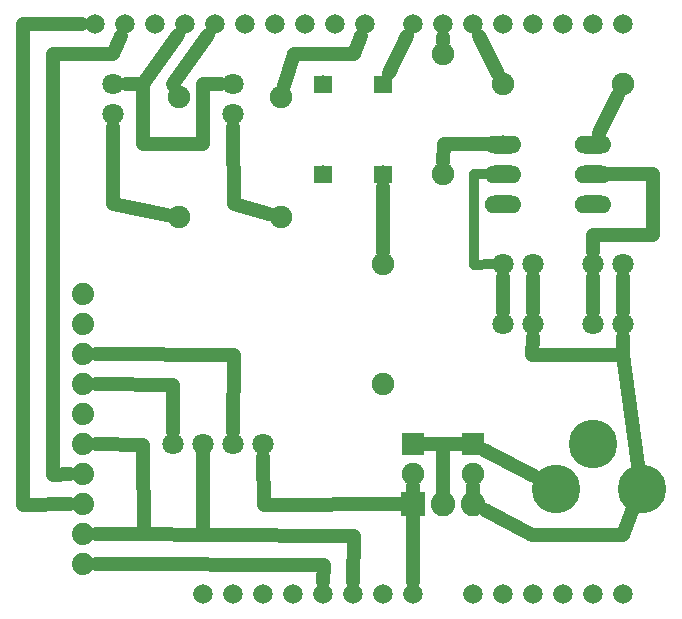
<source format=gbl>
G04 MADE WITH FRITZING*
G04 WWW.FRITZING.ORG*
G04 DOUBLE SIDED*
G04 HOLES PLATED*
G04 CONTOUR ON CENTER OF CONTOUR VECTOR*
%ASAXBY*%
%FSLAX23Y23*%
%MOIN*%
%OFA0B0*%
%SFA1.0B1.0*%
%ADD10C,0.162000*%
%ADD11C,0.059370*%
%ADD12C,0.065278*%
%ADD13C,0.074000*%
%ADD14C,0.082000*%
%ADD15C,0.070866*%
%ADD16C,0.075000*%
%ADD17C,0.060000*%
%ADD18R,0.082000X0.082000*%
%ADD19R,0.075000X0.075000*%
%ADD20C,0.048000*%
%ADD21C,0.032000*%
%ADD22R,0.001000X0.001000*%
%LNCOPPER0*%
G90*
G70*
G54D10*
X1830Y450D03*
X2118Y451D03*
X1955Y598D03*
G54D11*
X1255Y1798D03*
X1255Y1498D03*
X1055Y1798D03*
X1055Y1498D03*
G54D12*
X1655Y98D03*
X1755Y98D03*
X1855Y98D03*
X1955Y98D03*
X2055Y98D03*
X1195Y1998D03*
X1095Y1998D03*
X995Y1998D03*
X895Y1998D03*
X795Y1998D03*
X695Y1998D03*
X595Y1998D03*
X495Y1998D03*
X395Y1998D03*
X295Y1998D03*
X2055Y1998D03*
X1955Y1998D03*
X1855Y1998D03*
X1755Y1998D03*
X1655Y1998D03*
X1555Y1998D03*
X1455Y1998D03*
X1355Y1998D03*
X755Y98D03*
X655Y98D03*
X855Y98D03*
X955Y98D03*
X1055Y98D03*
X1155Y98D03*
X1255Y98D03*
X1355Y98D03*
X1555Y98D03*
G54D13*
X255Y698D03*
X255Y798D03*
X255Y898D03*
X255Y798D03*
X255Y1098D03*
X255Y998D03*
X255Y598D03*
X255Y498D03*
X255Y398D03*
X255Y298D03*
X255Y198D03*
X255Y1098D03*
G54D14*
X1355Y398D03*
X1455Y398D03*
X1555Y398D03*
X1355Y398D03*
X1455Y398D03*
X1555Y398D03*
G54D15*
X555Y598D03*
X655Y598D03*
X755Y598D03*
X855Y598D03*
X555Y598D03*
X655Y598D03*
X755Y598D03*
X855Y598D03*
G54D16*
X1355Y598D03*
X1355Y498D03*
X1355Y598D03*
X1355Y498D03*
X1555Y598D03*
X1555Y498D03*
X1555Y598D03*
X1555Y498D03*
G54D17*
X1655Y1398D03*
X1655Y1498D03*
X1655Y1598D03*
X1655Y1398D03*
X1655Y1498D03*
X1655Y1598D03*
X1655Y1398D03*
X1655Y1498D03*
X1655Y1598D03*
X1955Y1398D03*
X1955Y1498D03*
X1955Y1598D03*
X1955Y1398D03*
X1955Y1498D03*
X1955Y1598D03*
X1955Y1398D03*
X1955Y1498D03*
X1955Y1598D03*
G54D15*
X1655Y1198D03*
X1755Y1198D03*
X1655Y1198D03*
X1755Y1198D03*
X1655Y998D03*
X1755Y998D03*
X1655Y998D03*
X1755Y998D03*
X1955Y998D03*
X2055Y998D03*
X1955Y998D03*
X2055Y998D03*
X1955Y1198D03*
X2055Y1198D03*
X1955Y1198D03*
X2055Y1198D03*
X755Y1798D03*
X755Y1698D03*
X755Y1798D03*
X755Y1698D03*
X355Y1798D03*
X355Y1698D03*
X355Y1798D03*
X355Y1698D03*
G54D16*
X913Y1356D03*
X913Y1756D03*
X913Y1356D03*
X913Y1756D03*
X573Y1357D03*
X573Y1757D03*
X573Y1357D03*
X573Y1757D03*
X1455Y1498D03*
X1455Y1898D03*
X1455Y1498D03*
X1455Y1898D03*
X1655Y1798D03*
X2055Y1798D03*
X1655Y1798D03*
X2055Y1798D03*
X1255Y798D03*
X1255Y1198D03*
X1255Y798D03*
X1255Y1198D03*
G54D18*
X1355Y398D03*
X1355Y398D03*
G54D19*
X1355Y598D03*
X1355Y598D03*
X1555Y598D03*
X1555Y598D03*
G54D20*
X2053Y897D02*
X2106Y531D01*
D02*
X2054Y956D02*
X2053Y897D01*
D02*
X2053Y897D02*
X1752Y897D01*
D02*
X1752Y897D02*
X1754Y956D01*
D02*
X2086Y376D02*
X2053Y297D01*
D02*
X2053Y297D02*
X1752Y297D01*
D02*
X1752Y297D02*
X1593Y378D01*
D02*
X1336Y1960D02*
X1273Y1835D01*
D02*
X1455Y1938D02*
X1455Y1955D01*
D02*
X1637Y1833D02*
X1574Y1960D01*
D02*
X1612Y1598D02*
X1457Y1598D01*
D02*
X1457Y1598D02*
X1456Y1538D01*
D02*
X1974Y1636D02*
X2037Y1762D01*
D02*
X1255Y1456D02*
X1255Y1238D01*
D02*
X456Y1798D02*
X571Y1963D01*
D02*
X456Y1598D02*
X456Y1798D01*
D02*
X656Y1798D02*
X656Y1598D01*
D02*
X656Y1598D02*
X456Y1598D01*
D02*
X713Y1798D02*
X656Y1798D01*
D02*
X957Y1898D02*
X925Y1794D01*
D02*
X1157Y1898D02*
X957Y1898D01*
D02*
X1180Y1958D02*
X1157Y1898D01*
D02*
X757Y1398D02*
X755Y1656D01*
D02*
X875Y1366D02*
X757Y1398D01*
D02*
X356Y1398D02*
X534Y1364D01*
D02*
X355Y1656D02*
X356Y1398D01*
D02*
X556Y1798D02*
X671Y1963D01*
D02*
X558Y1794D02*
X556Y1798D01*
D02*
X1752Y497D02*
X1590Y580D01*
D02*
X1757Y494D02*
X1752Y497D01*
D02*
X857Y397D02*
X1311Y398D01*
D02*
X855Y556D02*
X857Y397D01*
D02*
X757Y897D02*
X755Y640D01*
D02*
X297Y898D02*
X757Y897D01*
D02*
X556Y797D02*
X297Y798D01*
D02*
X555Y640D02*
X556Y797D01*
D02*
X1355Y355D02*
X1355Y140D01*
D02*
X1454Y598D02*
X1515Y598D01*
D02*
X1394Y598D02*
X1454Y598D01*
D02*
X1454Y598D02*
X1455Y441D01*
D02*
X1355Y441D02*
X1355Y458D01*
D02*
X1555Y441D02*
X1555Y458D01*
D02*
X456Y597D02*
X297Y598D01*
D02*
X457Y299D02*
X456Y597D01*
D02*
X457Y299D02*
X297Y298D01*
D02*
X1057Y197D02*
X297Y198D01*
D02*
X1056Y140D02*
X1057Y197D01*
D02*
X1157Y292D02*
X1155Y140D01*
D02*
X656Y297D02*
X1157Y292D01*
D02*
X656Y597D02*
X656Y297D01*
D02*
X656Y297D02*
X457Y299D01*
D02*
X656Y597D02*
X656Y297D01*
D02*
X156Y1898D02*
X156Y497D01*
D02*
X356Y1898D02*
X156Y1898D01*
D02*
X380Y1958D02*
X356Y1898D01*
D02*
X1955Y1040D02*
X1955Y1156D01*
D02*
X1755Y1040D02*
X1755Y1156D01*
D02*
X156Y497D02*
X212Y498D01*
D02*
X1655Y1040D02*
X1655Y1156D01*
G54D21*
D02*
X1557Y1197D02*
X1557Y1498D01*
D02*
X1557Y1498D02*
X1618Y1498D01*
D02*
X1618Y1198D02*
X1557Y1197D01*
G54D20*
D02*
X1953Y1297D02*
X2153Y1297D01*
D02*
X2153Y1297D02*
X2153Y1498D01*
D02*
X2153Y1498D02*
X1997Y1498D01*
D02*
X1954Y1240D02*
X1953Y1297D01*
D02*
X2055Y1040D02*
X2055Y1156D01*
D02*
X56Y1998D02*
X56Y397D01*
D02*
X56Y397D02*
X212Y398D01*
D02*
X252Y1998D02*
X56Y1998D01*
D02*
X456Y1798D02*
X397Y1798D01*
D02*
X571Y1963D02*
X456Y1798D01*
G54D22*
X1025Y1827D02*
X1083Y1827D01*
X1225Y1827D02*
X1283Y1827D01*
X1025Y1826D02*
X1083Y1826D01*
X1225Y1826D02*
X1283Y1826D01*
X1025Y1825D02*
X1083Y1825D01*
X1225Y1825D02*
X1283Y1825D01*
X1025Y1824D02*
X1083Y1824D01*
X1225Y1824D02*
X1283Y1824D01*
X1025Y1823D02*
X1083Y1823D01*
X1225Y1823D02*
X1283Y1823D01*
X1025Y1822D02*
X1083Y1822D01*
X1225Y1822D02*
X1283Y1822D01*
X1025Y1821D02*
X1083Y1821D01*
X1225Y1821D02*
X1283Y1821D01*
X1025Y1820D02*
X1083Y1820D01*
X1225Y1820D02*
X1283Y1820D01*
X1025Y1819D02*
X1083Y1819D01*
X1225Y1819D02*
X1283Y1819D01*
X1025Y1818D02*
X1083Y1818D01*
X1225Y1818D02*
X1283Y1818D01*
X1025Y1817D02*
X1049Y1817D01*
X1059Y1817D02*
X1083Y1817D01*
X1225Y1817D02*
X1249Y1817D01*
X1259Y1817D02*
X1283Y1817D01*
X1025Y1816D02*
X1046Y1816D01*
X1062Y1816D02*
X1083Y1816D01*
X1225Y1816D02*
X1246Y1816D01*
X1262Y1816D02*
X1283Y1816D01*
X1025Y1815D02*
X1044Y1815D01*
X1064Y1815D02*
X1083Y1815D01*
X1225Y1815D02*
X1244Y1815D01*
X1264Y1815D02*
X1283Y1815D01*
X1025Y1814D02*
X1042Y1814D01*
X1066Y1814D02*
X1083Y1814D01*
X1225Y1814D02*
X1242Y1814D01*
X1266Y1814D02*
X1283Y1814D01*
X1025Y1813D02*
X1041Y1813D01*
X1067Y1813D02*
X1083Y1813D01*
X1225Y1813D02*
X1241Y1813D01*
X1267Y1813D02*
X1283Y1813D01*
X1025Y1812D02*
X1040Y1812D01*
X1068Y1812D02*
X1083Y1812D01*
X1225Y1812D02*
X1240Y1812D01*
X1268Y1812D02*
X1283Y1812D01*
X1025Y1811D02*
X1039Y1811D01*
X1069Y1811D02*
X1083Y1811D01*
X1225Y1811D02*
X1239Y1811D01*
X1269Y1811D02*
X1283Y1811D01*
X1025Y1810D02*
X1038Y1810D01*
X1070Y1810D02*
X1083Y1810D01*
X1225Y1810D02*
X1238Y1810D01*
X1270Y1810D02*
X1283Y1810D01*
X1025Y1809D02*
X1037Y1809D01*
X1071Y1809D02*
X1083Y1809D01*
X1225Y1809D02*
X1237Y1809D01*
X1271Y1809D02*
X1283Y1809D01*
X1025Y1808D02*
X1037Y1808D01*
X1071Y1808D02*
X1083Y1808D01*
X1225Y1808D02*
X1237Y1808D01*
X1271Y1808D02*
X1283Y1808D01*
X1025Y1807D02*
X1036Y1807D01*
X1072Y1807D02*
X1083Y1807D01*
X1225Y1807D02*
X1236Y1807D01*
X1272Y1807D02*
X1283Y1807D01*
X1025Y1806D02*
X1036Y1806D01*
X1073Y1806D02*
X1083Y1806D01*
X1225Y1806D02*
X1236Y1806D01*
X1273Y1806D02*
X1283Y1806D01*
X1025Y1805D02*
X1035Y1805D01*
X1073Y1805D02*
X1083Y1805D01*
X1225Y1805D02*
X1235Y1805D01*
X1273Y1805D02*
X1283Y1805D01*
X1025Y1804D02*
X1035Y1804D01*
X1073Y1804D02*
X1083Y1804D01*
X1225Y1804D02*
X1235Y1804D01*
X1273Y1804D02*
X1283Y1804D01*
X1025Y1803D02*
X1035Y1803D01*
X1074Y1803D02*
X1083Y1803D01*
X1225Y1803D02*
X1235Y1803D01*
X1274Y1803D02*
X1283Y1803D01*
X1025Y1802D02*
X1034Y1802D01*
X1074Y1802D02*
X1083Y1802D01*
X1225Y1802D02*
X1234Y1802D01*
X1274Y1802D02*
X1283Y1802D01*
X1025Y1801D02*
X1034Y1801D01*
X1074Y1801D02*
X1083Y1801D01*
X1225Y1801D02*
X1234Y1801D01*
X1274Y1801D02*
X1283Y1801D01*
X1025Y1800D02*
X1034Y1800D01*
X1074Y1800D02*
X1083Y1800D01*
X1225Y1800D02*
X1234Y1800D01*
X1274Y1800D02*
X1283Y1800D01*
X1025Y1799D02*
X1034Y1799D01*
X1074Y1799D02*
X1083Y1799D01*
X1225Y1799D02*
X1234Y1799D01*
X1274Y1799D02*
X1283Y1799D01*
X1025Y1798D02*
X1034Y1798D01*
X1074Y1798D02*
X1083Y1798D01*
X1225Y1798D02*
X1234Y1798D01*
X1274Y1798D02*
X1283Y1798D01*
X1025Y1797D02*
X1034Y1797D01*
X1074Y1797D02*
X1083Y1797D01*
X1225Y1797D02*
X1234Y1797D01*
X1274Y1797D02*
X1283Y1797D01*
X1025Y1796D02*
X1034Y1796D01*
X1074Y1796D02*
X1083Y1796D01*
X1225Y1796D02*
X1234Y1796D01*
X1274Y1796D02*
X1283Y1796D01*
X1025Y1795D02*
X1034Y1795D01*
X1074Y1795D02*
X1083Y1795D01*
X1225Y1795D02*
X1234Y1795D01*
X1274Y1795D02*
X1283Y1795D01*
X1025Y1794D02*
X1034Y1794D01*
X1074Y1794D02*
X1083Y1794D01*
X1225Y1794D02*
X1234Y1794D01*
X1274Y1794D02*
X1283Y1794D01*
X1025Y1793D02*
X1035Y1793D01*
X1074Y1793D02*
X1083Y1793D01*
X1225Y1793D02*
X1235Y1793D01*
X1274Y1793D02*
X1283Y1793D01*
X1025Y1792D02*
X1035Y1792D01*
X1073Y1792D02*
X1083Y1792D01*
X1225Y1792D02*
X1235Y1792D01*
X1273Y1792D02*
X1283Y1792D01*
X1025Y1791D02*
X1035Y1791D01*
X1073Y1791D02*
X1083Y1791D01*
X1225Y1791D02*
X1235Y1791D01*
X1273Y1791D02*
X1283Y1791D01*
X1025Y1790D02*
X1036Y1790D01*
X1073Y1790D02*
X1083Y1790D01*
X1225Y1790D02*
X1236Y1790D01*
X1273Y1790D02*
X1283Y1790D01*
X1025Y1789D02*
X1036Y1789D01*
X1072Y1789D02*
X1083Y1789D01*
X1225Y1789D02*
X1236Y1789D01*
X1272Y1789D02*
X1283Y1789D01*
X1025Y1788D02*
X1037Y1788D01*
X1071Y1788D02*
X1083Y1788D01*
X1225Y1788D02*
X1237Y1788D01*
X1271Y1788D02*
X1283Y1788D01*
X1025Y1787D02*
X1037Y1787D01*
X1071Y1787D02*
X1083Y1787D01*
X1225Y1787D02*
X1237Y1787D01*
X1271Y1787D02*
X1283Y1787D01*
X1025Y1786D02*
X1038Y1786D01*
X1070Y1786D02*
X1083Y1786D01*
X1225Y1786D02*
X1238Y1786D01*
X1270Y1786D02*
X1283Y1786D01*
X1025Y1785D02*
X1039Y1785D01*
X1069Y1785D02*
X1083Y1785D01*
X1225Y1785D02*
X1239Y1785D01*
X1269Y1785D02*
X1283Y1785D01*
X1025Y1784D02*
X1040Y1784D01*
X1068Y1784D02*
X1083Y1784D01*
X1225Y1784D02*
X1240Y1784D01*
X1268Y1784D02*
X1283Y1784D01*
X1025Y1783D02*
X1041Y1783D01*
X1067Y1783D02*
X1083Y1783D01*
X1225Y1783D02*
X1241Y1783D01*
X1267Y1783D02*
X1283Y1783D01*
X1025Y1782D02*
X1042Y1782D01*
X1066Y1782D02*
X1083Y1782D01*
X1225Y1782D02*
X1242Y1782D01*
X1266Y1782D02*
X1283Y1782D01*
X1025Y1781D02*
X1044Y1781D01*
X1064Y1781D02*
X1083Y1781D01*
X1225Y1781D02*
X1244Y1781D01*
X1264Y1781D02*
X1283Y1781D01*
X1025Y1780D02*
X1046Y1780D01*
X1063Y1780D02*
X1083Y1780D01*
X1225Y1780D02*
X1246Y1780D01*
X1263Y1780D02*
X1283Y1780D01*
X1025Y1779D02*
X1049Y1779D01*
X1060Y1779D02*
X1083Y1779D01*
X1225Y1779D02*
X1249Y1779D01*
X1260Y1779D02*
X1283Y1779D01*
X1025Y1778D02*
X1083Y1778D01*
X1225Y1778D02*
X1283Y1778D01*
X1025Y1777D02*
X1083Y1777D01*
X1225Y1777D02*
X1283Y1777D01*
X1025Y1776D02*
X1083Y1776D01*
X1225Y1776D02*
X1283Y1776D01*
X1025Y1775D02*
X1083Y1775D01*
X1225Y1775D02*
X1283Y1775D01*
X1025Y1774D02*
X1083Y1774D01*
X1225Y1774D02*
X1283Y1774D01*
X1025Y1773D02*
X1083Y1773D01*
X1225Y1773D02*
X1283Y1773D01*
X1025Y1772D02*
X1083Y1772D01*
X1225Y1772D02*
X1283Y1772D01*
X1025Y1771D02*
X1083Y1771D01*
X1225Y1771D02*
X1283Y1771D01*
X1025Y1770D02*
X1083Y1770D01*
X1225Y1770D02*
X1283Y1770D01*
X1025Y1769D02*
X1083Y1769D01*
X1225Y1769D02*
X1283Y1769D01*
X1617Y1627D02*
X1691Y1627D01*
X1917Y1627D02*
X1991Y1627D01*
X1614Y1626D02*
X1694Y1626D01*
X1914Y1626D02*
X1994Y1626D01*
X1612Y1625D02*
X1697Y1625D01*
X1912Y1625D02*
X1997Y1625D01*
X1610Y1624D02*
X1698Y1624D01*
X1910Y1624D02*
X1998Y1624D01*
X1608Y1623D02*
X1700Y1623D01*
X1908Y1623D02*
X2000Y1623D01*
X1607Y1622D02*
X1701Y1622D01*
X1907Y1622D02*
X2001Y1622D01*
X1605Y1621D02*
X1703Y1621D01*
X1905Y1621D02*
X2003Y1621D01*
X1604Y1620D02*
X1704Y1620D01*
X1904Y1620D02*
X2004Y1620D01*
X1603Y1619D02*
X1705Y1619D01*
X1903Y1619D02*
X2005Y1619D01*
X1602Y1618D02*
X1706Y1618D01*
X1902Y1618D02*
X2006Y1618D01*
X1601Y1617D02*
X1648Y1617D01*
X1660Y1617D02*
X1707Y1617D01*
X1901Y1617D02*
X1948Y1617D01*
X1960Y1617D02*
X2007Y1617D01*
X1601Y1616D02*
X1645Y1616D01*
X1663Y1616D02*
X1707Y1616D01*
X1901Y1616D02*
X1945Y1616D01*
X1963Y1616D02*
X2007Y1616D01*
X1600Y1615D02*
X1643Y1615D01*
X1665Y1615D02*
X1708Y1615D01*
X1900Y1615D02*
X1943Y1615D01*
X1965Y1615D02*
X2008Y1615D01*
X1599Y1614D02*
X1642Y1614D01*
X1666Y1614D02*
X1709Y1614D01*
X1899Y1614D02*
X1942Y1614D01*
X1966Y1614D02*
X2009Y1614D01*
X1599Y1613D02*
X1640Y1613D01*
X1668Y1613D02*
X1709Y1613D01*
X1899Y1613D02*
X1940Y1613D01*
X1968Y1613D02*
X2009Y1613D01*
X1598Y1612D02*
X1639Y1612D01*
X1669Y1612D02*
X1710Y1612D01*
X1898Y1612D02*
X1939Y1612D01*
X1969Y1612D02*
X2010Y1612D01*
X1598Y1611D02*
X1638Y1611D01*
X1670Y1611D02*
X1711Y1611D01*
X1898Y1611D02*
X1938Y1611D01*
X1970Y1611D02*
X2011Y1611D01*
X1597Y1610D02*
X1638Y1610D01*
X1670Y1610D02*
X1711Y1610D01*
X1897Y1610D02*
X1938Y1610D01*
X1970Y1610D02*
X2011Y1610D01*
X1597Y1609D02*
X1637Y1609D01*
X1671Y1609D02*
X1711Y1609D01*
X1897Y1609D02*
X1937Y1609D01*
X1971Y1609D02*
X2011Y1609D01*
X1596Y1608D02*
X1636Y1608D01*
X1672Y1608D02*
X1712Y1608D01*
X1896Y1608D02*
X1936Y1608D01*
X1972Y1608D02*
X2012Y1608D01*
X1596Y1607D02*
X1636Y1607D01*
X1672Y1607D02*
X1712Y1607D01*
X1896Y1607D02*
X1936Y1607D01*
X1972Y1607D02*
X2012Y1607D01*
X1596Y1606D02*
X1635Y1606D01*
X1673Y1606D02*
X1712Y1606D01*
X1896Y1606D02*
X1935Y1606D01*
X1973Y1606D02*
X2012Y1606D01*
X1595Y1605D02*
X1635Y1605D01*
X1673Y1605D02*
X1713Y1605D01*
X1895Y1605D02*
X1935Y1605D01*
X1973Y1605D02*
X2013Y1605D01*
X1595Y1604D02*
X1635Y1604D01*
X1674Y1604D02*
X1713Y1604D01*
X1895Y1604D02*
X1935Y1604D01*
X1973Y1604D02*
X2013Y1604D01*
X1595Y1603D02*
X1634Y1603D01*
X1674Y1603D02*
X1713Y1603D01*
X1895Y1603D02*
X1934Y1603D01*
X1974Y1603D02*
X2013Y1603D01*
X1595Y1602D02*
X1634Y1602D01*
X1674Y1602D02*
X1713Y1602D01*
X1895Y1602D02*
X1934Y1602D01*
X1974Y1602D02*
X2013Y1602D01*
X1595Y1601D02*
X1634Y1601D01*
X1674Y1601D02*
X1713Y1601D01*
X1895Y1601D02*
X1934Y1601D01*
X1974Y1601D02*
X2013Y1601D01*
X1595Y1600D02*
X1634Y1600D01*
X1674Y1600D02*
X1713Y1600D01*
X1895Y1600D02*
X1934Y1600D01*
X1974Y1600D02*
X2013Y1600D01*
X1595Y1599D02*
X1634Y1599D01*
X1674Y1599D02*
X1713Y1599D01*
X1895Y1599D02*
X1934Y1599D01*
X1974Y1599D02*
X2013Y1599D01*
X1595Y1598D02*
X1634Y1598D01*
X1675Y1598D02*
X1714Y1598D01*
X1895Y1598D02*
X1934Y1598D01*
X1974Y1598D02*
X2014Y1598D01*
X1595Y1597D02*
X1634Y1597D01*
X1674Y1597D02*
X1713Y1597D01*
X1895Y1597D02*
X1934Y1597D01*
X1974Y1597D02*
X2013Y1597D01*
X1595Y1596D02*
X1634Y1596D01*
X1674Y1596D02*
X1713Y1596D01*
X1895Y1596D02*
X1934Y1596D01*
X1974Y1596D02*
X2013Y1596D01*
X1595Y1595D02*
X1634Y1595D01*
X1674Y1595D02*
X1713Y1595D01*
X1895Y1595D02*
X1934Y1595D01*
X1974Y1595D02*
X2013Y1595D01*
X1595Y1594D02*
X1634Y1594D01*
X1674Y1594D02*
X1713Y1594D01*
X1895Y1594D02*
X1934Y1594D01*
X1974Y1594D02*
X2013Y1594D01*
X1595Y1593D02*
X1634Y1593D01*
X1674Y1593D02*
X1713Y1593D01*
X1895Y1593D02*
X1934Y1593D01*
X1974Y1593D02*
X2013Y1593D01*
X1595Y1592D02*
X1635Y1592D01*
X1674Y1592D02*
X1713Y1592D01*
X1895Y1592D02*
X1935Y1592D01*
X1973Y1592D02*
X2013Y1592D01*
X1595Y1591D02*
X1635Y1591D01*
X1673Y1591D02*
X1713Y1591D01*
X1895Y1591D02*
X1935Y1591D01*
X1973Y1591D02*
X2013Y1591D01*
X1596Y1590D02*
X1635Y1590D01*
X1673Y1590D02*
X1712Y1590D01*
X1896Y1590D02*
X1935Y1590D01*
X1973Y1590D02*
X2012Y1590D01*
X1596Y1589D02*
X1636Y1589D01*
X1672Y1589D02*
X1712Y1589D01*
X1896Y1589D02*
X1936Y1589D01*
X1972Y1589D02*
X2012Y1589D01*
X1596Y1588D02*
X1636Y1588D01*
X1672Y1588D02*
X1712Y1588D01*
X1896Y1588D02*
X1936Y1588D01*
X1972Y1588D02*
X2012Y1588D01*
X1597Y1587D02*
X1637Y1587D01*
X1671Y1587D02*
X1711Y1587D01*
X1897Y1587D02*
X1937Y1587D01*
X1971Y1587D02*
X2011Y1587D01*
X1597Y1586D02*
X1638Y1586D01*
X1670Y1586D02*
X1711Y1586D01*
X1897Y1586D02*
X1938Y1586D01*
X1970Y1586D02*
X2011Y1586D01*
X1598Y1585D02*
X1638Y1585D01*
X1670Y1585D02*
X1711Y1585D01*
X1898Y1585D02*
X1938Y1585D01*
X1970Y1585D02*
X2011Y1585D01*
X1598Y1584D02*
X1639Y1584D01*
X1669Y1584D02*
X1710Y1584D01*
X1898Y1584D02*
X1939Y1584D01*
X1969Y1584D02*
X2010Y1584D01*
X1599Y1583D02*
X1640Y1583D01*
X1668Y1583D02*
X1709Y1583D01*
X1899Y1583D02*
X1940Y1583D01*
X1968Y1583D02*
X2009Y1583D01*
X1599Y1582D02*
X1642Y1582D01*
X1666Y1582D02*
X1709Y1582D01*
X1899Y1582D02*
X1942Y1582D01*
X1966Y1582D02*
X2009Y1582D01*
X1600Y1581D02*
X1643Y1581D01*
X1665Y1581D02*
X1708Y1581D01*
X1900Y1581D02*
X1943Y1581D01*
X1965Y1581D02*
X2008Y1581D01*
X1601Y1580D02*
X1645Y1580D01*
X1663Y1580D02*
X1707Y1580D01*
X1901Y1580D02*
X1945Y1580D01*
X1963Y1580D02*
X2007Y1580D01*
X1601Y1579D02*
X1648Y1579D01*
X1660Y1579D02*
X1707Y1579D01*
X1901Y1579D02*
X1948Y1579D01*
X1960Y1579D02*
X2007Y1579D01*
X1602Y1578D02*
X1706Y1578D01*
X1902Y1578D02*
X2006Y1578D01*
X1603Y1577D02*
X1705Y1577D01*
X1903Y1577D02*
X2005Y1577D01*
X1604Y1576D02*
X1704Y1576D01*
X1904Y1576D02*
X2004Y1576D01*
X1605Y1575D02*
X1703Y1575D01*
X1905Y1575D02*
X2003Y1575D01*
X1607Y1574D02*
X1701Y1574D01*
X1907Y1574D02*
X2001Y1574D01*
X1608Y1573D02*
X1700Y1573D01*
X1908Y1573D02*
X2000Y1573D01*
X1610Y1572D02*
X1698Y1572D01*
X1910Y1572D02*
X1998Y1572D01*
X1612Y1571D02*
X1697Y1571D01*
X1912Y1571D02*
X1997Y1571D01*
X1614Y1570D02*
X1694Y1570D01*
X1914Y1570D02*
X1994Y1570D01*
X1617Y1569D02*
X1691Y1569D01*
X1917Y1569D02*
X1991Y1569D01*
X1625Y1568D02*
X1683Y1568D01*
X1925Y1568D02*
X1983Y1568D01*
X1624Y1528D02*
X1684Y1528D01*
X1924Y1528D02*
X1984Y1528D01*
X1025Y1527D02*
X1083Y1527D01*
X1225Y1527D02*
X1283Y1527D01*
X1617Y1527D02*
X1691Y1527D01*
X1917Y1527D02*
X1991Y1527D01*
X1025Y1526D02*
X1083Y1526D01*
X1225Y1526D02*
X1283Y1526D01*
X1614Y1526D02*
X1694Y1526D01*
X1914Y1526D02*
X1994Y1526D01*
X1025Y1525D02*
X1083Y1525D01*
X1225Y1525D02*
X1283Y1525D01*
X1612Y1525D02*
X1697Y1525D01*
X1911Y1525D02*
X1997Y1525D01*
X1025Y1524D02*
X1083Y1524D01*
X1225Y1524D02*
X1283Y1524D01*
X1610Y1524D02*
X1698Y1524D01*
X1910Y1524D02*
X1998Y1524D01*
X1025Y1523D02*
X1083Y1523D01*
X1225Y1523D02*
X1283Y1523D01*
X1608Y1523D02*
X1700Y1523D01*
X1908Y1523D02*
X2000Y1523D01*
X1025Y1522D02*
X1083Y1522D01*
X1225Y1522D02*
X1283Y1522D01*
X1607Y1522D02*
X1702Y1522D01*
X1907Y1522D02*
X2001Y1522D01*
X1025Y1521D02*
X1083Y1521D01*
X1225Y1521D02*
X1283Y1521D01*
X1605Y1521D02*
X1703Y1521D01*
X1905Y1521D02*
X2003Y1521D01*
X1025Y1520D02*
X1083Y1520D01*
X1225Y1520D02*
X1283Y1520D01*
X1604Y1520D02*
X1704Y1520D01*
X1904Y1520D02*
X2004Y1520D01*
X1025Y1519D02*
X1083Y1519D01*
X1225Y1519D02*
X1283Y1519D01*
X1603Y1519D02*
X1705Y1519D01*
X1903Y1519D02*
X2005Y1519D01*
X1025Y1518D02*
X1083Y1518D01*
X1225Y1518D02*
X1283Y1518D01*
X1602Y1518D02*
X1706Y1518D01*
X1902Y1518D02*
X2006Y1518D01*
X1025Y1517D02*
X1049Y1517D01*
X1060Y1517D02*
X1083Y1517D01*
X1225Y1517D02*
X1249Y1517D01*
X1260Y1517D02*
X1283Y1517D01*
X1601Y1517D02*
X1648Y1517D01*
X1661Y1517D02*
X1707Y1517D01*
X1901Y1517D02*
X1948Y1517D01*
X1960Y1517D02*
X2007Y1517D01*
X1025Y1516D02*
X1046Y1516D01*
X1063Y1516D02*
X1083Y1516D01*
X1225Y1516D02*
X1246Y1516D01*
X1263Y1516D02*
X1283Y1516D01*
X1601Y1516D02*
X1645Y1516D01*
X1663Y1516D02*
X1708Y1516D01*
X1901Y1516D02*
X1945Y1516D01*
X1963Y1516D02*
X2007Y1516D01*
X1025Y1515D02*
X1044Y1515D01*
X1064Y1515D02*
X1083Y1515D01*
X1225Y1515D02*
X1244Y1515D01*
X1264Y1515D02*
X1283Y1515D01*
X1600Y1515D02*
X1643Y1515D01*
X1665Y1515D02*
X1708Y1515D01*
X1900Y1515D02*
X1943Y1515D01*
X1965Y1515D02*
X2008Y1515D01*
X1025Y1514D02*
X1042Y1514D01*
X1066Y1514D02*
X1083Y1514D01*
X1225Y1514D02*
X1242Y1514D01*
X1266Y1514D02*
X1283Y1514D01*
X1599Y1514D02*
X1642Y1514D01*
X1666Y1514D02*
X1709Y1514D01*
X1899Y1514D02*
X1942Y1514D01*
X1966Y1514D02*
X2009Y1514D01*
X1025Y1513D02*
X1041Y1513D01*
X1067Y1513D02*
X1083Y1513D01*
X1225Y1513D02*
X1241Y1513D01*
X1267Y1513D02*
X1283Y1513D01*
X1599Y1513D02*
X1640Y1513D01*
X1668Y1513D02*
X1710Y1513D01*
X1899Y1513D02*
X1940Y1513D01*
X1968Y1513D02*
X2009Y1513D01*
X1025Y1512D02*
X1040Y1512D01*
X1068Y1512D02*
X1083Y1512D01*
X1225Y1512D02*
X1240Y1512D01*
X1268Y1512D02*
X1283Y1512D01*
X1598Y1512D02*
X1639Y1512D01*
X1669Y1512D02*
X1710Y1512D01*
X1898Y1512D02*
X1939Y1512D01*
X1969Y1512D02*
X2010Y1512D01*
X1025Y1511D02*
X1039Y1511D01*
X1069Y1511D02*
X1083Y1511D01*
X1225Y1511D02*
X1239Y1511D01*
X1269Y1511D02*
X1283Y1511D01*
X1598Y1511D02*
X1638Y1511D01*
X1670Y1511D02*
X1711Y1511D01*
X1898Y1511D02*
X1938Y1511D01*
X1970Y1511D02*
X2011Y1511D01*
X1025Y1510D02*
X1038Y1510D01*
X1070Y1510D02*
X1083Y1510D01*
X1225Y1510D02*
X1238Y1510D01*
X1270Y1510D02*
X1283Y1510D01*
X1597Y1510D02*
X1638Y1510D01*
X1670Y1510D02*
X1711Y1510D01*
X1897Y1510D02*
X1938Y1510D01*
X1970Y1510D02*
X2011Y1510D01*
X1025Y1509D02*
X1037Y1509D01*
X1071Y1509D02*
X1083Y1509D01*
X1225Y1509D02*
X1237Y1509D01*
X1271Y1509D02*
X1283Y1509D01*
X1597Y1509D02*
X1637Y1509D01*
X1671Y1509D02*
X1711Y1509D01*
X1897Y1509D02*
X1937Y1509D01*
X1971Y1509D02*
X2011Y1509D01*
X1025Y1508D02*
X1037Y1508D01*
X1071Y1508D02*
X1083Y1508D01*
X1225Y1508D02*
X1237Y1508D01*
X1271Y1508D02*
X1283Y1508D01*
X1596Y1508D02*
X1636Y1508D01*
X1672Y1508D02*
X1712Y1508D01*
X1896Y1508D02*
X1936Y1508D01*
X1972Y1508D02*
X2012Y1508D01*
X1025Y1507D02*
X1036Y1507D01*
X1072Y1507D02*
X1083Y1507D01*
X1225Y1507D02*
X1236Y1507D01*
X1272Y1507D02*
X1283Y1507D01*
X1596Y1507D02*
X1636Y1507D01*
X1672Y1507D02*
X1712Y1507D01*
X1896Y1507D02*
X1936Y1507D01*
X1972Y1507D02*
X2012Y1507D01*
X1025Y1506D02*
X1036Y1506D01*
X1073Y1506D02*
X1083Y1506D01*
X1225Y1506D02*
X1236Y1506D01*
X1273Y1506D02*
X1283Y1506D01*
X1596Y1506D02*
X1635Y1506D01*
X1673Y1506D02*
X1712Y1506D01*
X1896Y1506D02*
X1935Y1506D01*
X1973Y1506D02*
X2012Y1506D01*
X1025Y1505D02*
X1035Y1505D01*
X1073Y1505D02*
X1083Y1505D01*
X1225Y1505D02*
X1235Y1505D01*
X1273Y1505D02*
X1283Y1505D01*
X1595Y1505D02*
X1635Y1505D01*
X1673Y1505D02*
X1713Y1505D01*
X1895Y1505D02*
X1935Y1505D01*
X1973Y1505D02*
X2013Y1505D01*
X1025Y1504D02*
X1035Y1504D01*
X1073Y1504D02*
X1083Y1504D01*
X1225Y1504D02*
X1235Y1504D01*
X1273Y1504D02*
X1283Y1504D01*
X1595Y1504D02*
X1635Y1504D01*
X1674Y1504D02*
X1713Y1504D01*
X1895Y1504D02*
X1935Y1504D01*
X1973Y1504D02*
X2013Y1504D01*
X1025Y1503D02*
X1035Y1503D01*
X1074Y1503D02*
X1083Y1503D01*
X1225Y1503D02*
X1235Y1503D01*
X1274Y1503D02*
X1283Y1503D01*
X1595Y1503D02*
X1634Y1503D01*
X1674Y1503D02*
X1713Y1503D01*
X1895Y1503D02*
X1934Y1503D01*
X1974Y1503D02*
X2013Y1503D01*
X1025Y1502D02*
X1034Y1502D01*
X1074Y1502D02*
X1083Y1502D01*
X1225Y1502D02*
X1234Y1502D01*
X1274Y1502D02*
X1283Y1502D01*
X1595Y1502D02*
X1634Y1502D01*
X1674Y1502D02*
X1713Y1502D01*
X1895Y1502D02*
X1934Y1502D01*
X1974Y1502D02*
X2013Y1502D01*
X1025Y1501D02*
X1034Y1501D01*
X1074Y1501D02*
X1083Y1501D01*
X1225Y1501D02*
X1234Y1501D01*
X1274Y1501D02*
X1283Y1501D01*
X1595Y1501D02*
X1634Y1501D01*
X1674Y1501D02*
X1713Y1501D01*
X1895Y1501D02*
X1934Y1501D01*
X1974Y1501D02*
X2013Y1501D01*
X1025Y1500D02*
X1034Y1500D01*
X1074Y1500D02*
X1083Y1500D01*
X1225Y1500D02*
X1234Y1500D01*
X1274Y1500D02*
X1283Y1500D01*
X1595Y1500D02*
X1634Y1500D01*
X1674Y1500D02*
X1713Y1500D01*
X1895Y1500D02*
X1934Y1500D01*
X1974Y1500D02*
X2013Y1500D01*
X1025Y1499D02*
X1034Y1499D01*
X1074Y1499D02*
X1083Y1499D01*
X1225Y1499D02*
X1234Y1499D01*
X1274Y1499D02*
X1283Y1499D01*
X1595Y1499D02*
X1634Y1499D01*
X1674Y1499D02*
X1713Y1499D01*
X1895Y1499D02*
X1934Y1499D01*
X1974Y1499D02*
X2013Y1499D01*
X1025Y1498D02*
X1034Y1498D01*
X1074Y1498D02*
X1083Y1498D01*
X1225Y1498D02*
X1234Y1498D01*
X1274Y1498D02*
X1283Y1498D01*
X1595Y1498D02*
X1634Y1498D01*
X1675Y1498D02*
X1714Y1498D01*
X1895Y1498D02*
X1934Y1498D01*
X1974Y1498D02*
X2014Y1498D01*
X1025Y1497D02*
X1034Y1497D01*
X1074Y1497D02*
X1083Y1497D01*
X1225Y1497D02*
X1234Y1497D01*
X1274Y1497D02*
X1283Y1497D01*
X1595Y1497D02*
X1634Y1497D01*
X1674Y1497D02*
X1713Y1497D01*
X1895Y1497D02*
X1934Y1497D01*
X1974Y1497D02*
X2013Y1497D01*
X1025Y1496D02*
X1034Y1496D01*
X1074Y1496D02*
X1083Y1496D01*
X1225Y1496D02*
X1234Y1496D01*
X1274Y1496D02*
X1283Y1496D01*
X1595Y1496D02*
X1634Y1496D01*
X1674Y1496D02*
X1713Y1496D01*
X1895Y1496D02*
X1934Y1496D01*
X1974Y1496D02*
X2013Y1496D01*
X1025Y1495D02*
X1034Y1495D01*
X1074Y1495D02*
X1083Y1495D01*
X1225Y1495D02*
X1234Y1495D01*
X1274Y1495D02*
X1283Y1495D01*
X1595Y1495D02*
X1634Y1495D01*
X1674Y1495D02*
X1713Y1495D01*
X1895Y1495D02*
X1934Y1495D01*
X1974Y1495D02*
X2013Y1495D01*
X1025Y1494D02*
X1034Y1494D01*
X1074Y1494D02*
X1083Y1494D01*
X1225Y1494D02*
X1234Y1494D01*
X1274Y1494D02*
X1283Y1494D01*
X1595Y1494D02*
X1634Y1494D01*
X1674Y1494D02*
X1713Y1494D01*
X1895Y1494D02*
X1934Y1494D01*
X1974Y1494D02*
X2013Y1494D01*
X1025Y1493D02*
X1035Y1493D01*
X1074Y1493D02*
X1083Y1493D01*
X1225Y1493D02*
X1235Y1493D01*
X1274Y1493D02*
X1283Y1493D01*
X1595Y1493D02*
X1634Y1493D01*
X1674Y1493D02*
X1713Y1493D01*
X1895Y1493D02*
X1934Y1493D01*
X1974Y1493D02*
X2013Y1493D01*
X1025Y1492D02*
X1035Y1492D01*
X1073Y1492D02*
X1083Y1492D01*
X1225Y1492D02*
X1235Y1492D01*
X1273Y1492D02*
X1283Y1492D01*
X1595Y1492D02*
X1635Y1492D01*
X1674Y1492D02*
X1713Y1492D01*
X1895Y1492D02*
X1935Y1492D01*
X1973Y1492D02*
X2013Y1492D01*
X1025Y1491D02*
X1035Y1491D01*
X1073Y1491D02*
X1083Y1491D01*
X1225Y1491D02*
X1235Y1491D01*
X1273Y1491D02*
X1283Y1491D01*
X1595Y1491D02*
X1635Y1491D01*
X1673Y1491D02*
X1713Y1491D01*
X1895Y1491D02*
X1935Y1491D01*
X1973Y1491D02*
X2013Y1491D01*
X1025Y1490D02*
X1036Y1490D01*
X1073Y1490D02*
X1083Y1490D01*
X1225Y1490D02*
X1236Y1490D01*
X1273Y1490D02*
X1283Y1490D01*
X1596Y1490D02*
X1635Y1490D01*
X1673Y1490D02*
X1712Y1490D01*
X1896Y1490D02*
X1935Y1490D01*
X1973Y1490D02*
X2012Y1490D01*
X1025Y1489D02*
X1036Y1489D01*
X1072Y1489D02*
X1083Y1489D01*
X1225Y1489D02*
X1236Y1489D01*
X1272Y1489D02*
X1283Y1489D01*
X1596Y1489D02*
X1636Y1489D01*
X1672Y1489D02*
X1712Y1489D01*
X1896Y1489D02*
X1936Y1489D01*
X1972Y1489D02*
X2012Y1489D01*
X1025Y1488D02*
X1037Y1488D01*
X1071Y1488D02*
X1083Y1488D01*
X1225Y1488D02*
X1237Y1488D01*
X1271Y1488D02*
X1283Y1488D01*
X1596Y1488D02*
X1636Y1488D01*
X1672Y1488D02*
X1712Y1488D01*
X1896Y1488D02*
X1936Y1488D01*
X1972Y1488D02*
X2012Y1488D01*
X1025Y1487D02*
X1037Y1487D01*
X1071Y1487D02*
X1083Y1487D01*
X1225Y1487D02*
X1237Y1487D01*
X1271Y1487D02*
X1283Y1487D01*
X1597Y1487D02*
X1637Y1487D01*
X1671Y1487D02*
X1711Y1487D01*
X1897Y1487D02*
X1937Y1487D01*
X1971Y1487D02*
X2011Y1487D01*
X1025Y1486D02*
X1038Y1486D01*
X1070Y1486D02*
X1083Y1486D01*
X1225Y1486D02*
X1238Y1486D01*
X1270Y1486D02*
X1283Y1486D01*
X1597Y1486D02*
X1638Y1486D01*
X1670Y1486D02*
X1711Y1486D01*
X1897Y1486D02*
X1938Y1486D01*
X1970Y1486D02*
X2011Y1486D01*
X1025Y1485D02*
X1039Y1485D01*
X1069Y1485D02*
X1083Y1485D01*
X1225Y1485D02*
X1239Y1485D01*
X1269Y1485D02*
X1283Y1485D01*
X1598Y1485D02*
X1638Y1485D01*
X1670Y1485D02*
X1711Y1485D01*
X1898Y1485D02*
X1938Y1485D01*
X1970Y1485D02*
X2011Y1485D01*
X1025Y1484D02*
X1040Y1484D01*
X1068Y1484D02*
X1083Y1484D01*
X1225Y1484D02*
X1240Y1484D01*
X1268Y1484D02*
X1283Y1484D01*
X1598Y1484D02*
X1639Y1484D01*
X1669Y1484D02*
X1710Y1484D01*
X1898Y1484D02*
X1939Y1484D01*
X1969Y1484D02*
X2010Y1484D01*
X1025Y1483D02*
X1041Y1483D01*
X1067Y1483D02*
X1083Y1483D01*
X1225Y1483D02*
X1241Y1483D01*
X1267Y1483D02*
X1283Y1483D01*
X1599Y1483D02*
X1640Y1483D01*
X1668Y1483D02*
X1709Y1483D01*
X1899Y1483D02*
X1940Y1483D01*
X1968Y1483D02*
X2009Y1483D01*
X1025Y1482D02*
X1042Y1482D01*
X1066Y1482D02*
X1083Y1482D01*
X1225Y1482D02*
X1242Y1482D01*
X1266Y1482D02*
X1283Y1482D01*
X1599Y1482D02*
X1642Y1482D01*
X1666Y1482D02*
X1709Y1482D01*
X1899Y1482D02*
X1942Y1482D01*
X1966Y1482D02*
X2009Y1482D01*
X1025Y1481D02*
X1044Y1481D01*
X1064Y1481D02*
X1083Y1481D01*
X1225Y1481D02*
X1244Y1481D01*
X1264Y1481D02*
X1283Y1481D01*
X1600Y1481D02*
X1643Y1481D01*
X1665Y1481D02*
X1708Y1481D01*
X1900Y1481D02*
X1943Y1481D01*
X1965Y1481D02*
X2008Y1481D01*
X1025Y1480D02*
X1046Y1480D01*
X1062Y1480D02*
X1083Y1480D01*
X1225Y1480D02*
X1246Y1480D01*
X1262Y1480D02*
X1283Y1480D01*
X1601Y1480D02*
X1645Y1480D01*
X1663Y1480D02*
X1707Y1480D01*
X1901Y1480D02*
X1945Y1480D01*
X1963Y1480D02*
X2007Y1480D01*
X1025Y1479D02*
X1049Y1479D01*
X1059Y1479D02*
X1083Y1479D01*
X1225Y1479D02*
X1249Y1479D01*
X1259Y1479D02*
X1283Y1479D01*
X1601Y1479D02*
X1648Y1479D01*
X1660Y1479D02*
X1707Y1479D01*
X1901Y1479D02*
X1948Y1479D01*
X1960Y1479D02*
X2007Y1479D01*
X1025Y1478D02*
X1083Y1478D01*
X1225Y1478D02*
X1283Y1478D01*
X1602Y1478D02*
X1706Y1478D01*
X1902Y1478D02*
X2006Y1478D01*
X1025Y1477D02*
X1083Y1477D01*
X1225Y1477D02*
X1283Y1477D01*
X1603Y1477D02*
X1705Y1477D01*
X1903Y1477D02*
X2005Y1477D01*
X1025Y1476D02*
X1083Y1476D01*
X1225Y1476D02*
X1283Y1476D01*
X1604Y1476D02*
X1704Y1476D01*
X1904Y1476D02*
X2004Y1476D01*
X1025Y1475D02*
X1083Y1475D01*
X1225Y1475D02*
X1283Y1475D01*
X1605Y1475D02*
X1703Y1475D01*
X1905Y1475D02*
X2003Y1475D01*
X1025Y1474D02*
X1083Y1474D01*
X1225Y1474D02*
X1283Y1474D01*
X1607Y1474D02*
X1701Y1474D01*
X1907Y1474D02*
X2001Y1474D01*
X1025Y1473D02*
X1083Y1473D01*
X1225Y1473D02*
X1283Y1473D01*
X1608Y1473D02*
X1700Y1473D01*
X1908Y1473D02*
X2000Y1473D01*
X1025Y1472D02*
X1083Y1472D01*
X1225Y1472D02*
X1283Y1472D01*
X1610Y1472D02*
X1698Y1472D01*
X1910Y1472D02*
X1998Y1472D01*
X1025Y1471D02*
X1083Y1471D01*
X1225Y1471D02*
X1283Y1471D01*
X1612Y1471D02*
X1696Y1471D01*
X1912Y1471D02*
X1996Y1471D01*
X1025Y1470D02*
X1083Y1470D01*
X1225Y1470D02*
X1283Y1470D01*
X1614Y1470D02*
X1694Y1470D01*
X1914Y1470D02*
X1994Y1470D01*
X1025Y1469D02*
X1083Y1469D01*
X1225Y1469D02*
X1283Y1469D01*
X1617Y1469D02*
X1691Y1469D01*
X1917Y1469D02*
X1991Y1469D01*
X1624Y1428D02*
X1684Y1428D01*
X1924Y1428D02*
X1984Y1428D01*
X1617Y1427D02*
X1691Y1427D01*
X1917Y1427D02*
X1991Y1427D01*
X1614Y1426D02*
X1694Y1426D01*
X1914Y1426D02*
X1994Y1426D01*
X1611Y1425D02*
X1697Y1425D01*
X1911Y1425D02*
X1997Y1425D01*
X1610Y1424D02*
X1699Y1424D01*
X1910Y1424D02*
X1999Y1424D01*
X1608Y1423D02*
X1700Y1423D01*
X1908Y1423D02*
X2000Y1423D01*
X1607Y1422D02*
X1702Y1422D01*
X1907Y1422D02*
X2002Y1422D01*
X1605Y1421D02*
X1703Y1421D01*
X1905Y1421D02*
X2003Y1421D01*
X1604Y1420D02*
X1704Y1420D01*
X1904Y1420D02*
X2004Y1420D01*
X1603Y1419D02*
X1705Y1419D01*
X1903Y1419D02*
X2005Y1419D01*
X1602Y1418D02*
X1653Y1418D01*
X1655Y1418D02*
X1706Y1418D01*
X1902Y1418D02*
X1953Y1418D01*
X1955Y1418D02*
X2006Y1418D01*
X1601Y1417D02*
X1647Y1417D01*
X1661Y1417D02*
X1707Y1417D01*
X1901Y1417D02*
X1947Y1417D01*
X1961Y1417D02*
X2007Y1417D01*
X1601Y1416D02*
X1645Y1416D01*
X1663Y1416D02*
X1708Y1416D01*
X1901Y1416D02*
X1945Y1416D01*
X1963Y1416D02*
X2008Y1416D01*
X1600Y1415D02*
X1643Y1415D01*
X1665Y1415D02*
X1708Y1415D01*
X1900Y1415D02*
X1943Y1415D01*
X1965Y1415D02*
X2008Y1415D01*
X1599Y1414D02*
X1642Y1414D01*
X1666Y1414D02*
X1709Y1414D01*
X1899Y1414D02*
X1942Y1414D01*
X1966Y1414D02*
X2009Y1414D01*
X1599Y1413D02*
X1640Y1413D01*
X1668Y1413D02*
X1710Y1413D01*
X1899Y1413D02*
X1940Y1413D01*
X1968Y1413D02*
X2009Y1413D01*
X1598Y1412D02*
X1639Y1412D01*
X1669Y1412D02*
X1710Y1412D01*
X1898Y1412D02*
X1939Y1412D01*
X1969Y1412D02*
X2010Y1412D01*
X1598Y1411D02*
X1638Y1411D01*
X1670Y1411D02*
X1711Y1411D01*
X1897Y1411D02*
X1938Y1411D01*
X1970Y1411D02*
X2011Y1411D01*
X1597Y1410D02*
X1638Y1410D01*
X1670Y1410D02*
X1711Y1410D01*
X1897Y1410D02*
X1938Y1410D01*
X1970Y1410D02*
X2011Y1410D01*
X1597Y1409D02*
X1637Y1409D01*
X1671Y1409D02*
X1711Y1409D01*
X1897Y1409D02*
X1937Y1409D01*
X1971Y1409D02*
X2011Y1409D01*
X1596Y1408D02*
X1636Y1408D01*
X1672Y1408D02*
X1712Y1408D01*
X1896Y1408D02*
X1936Y1408D01*
X1972Y1408D02*
X2012Y1408D01*
X1596Y1407D02*
X1636Y1407D01*
X1672Y1407D02*
X1712Y1407D01*
X1896Y1407D02*
X1936Y1407D01*
X1972Y1407D02*
X2012Y1407D01*
X1596Y1406D02*
X1635Y1406D01*
X1673Y1406D02*
X1712Y1406D01*
X1896Y1406D02*
X1935Y1406D01*
X1973Y1406D02*
X2012Y1406D01*
X1595Y1405D02*
X1635Y1405D01*
X1673Y1405D02*
X1713Y1405D01*
X1895Y1405D02*
X1935Y1405D01*
X1973Y1405D02*
X2013Y1405D01*
X1595Y1404D02*
X1635Y1404D01*
X1674Y1404D02*
X1713Y1404D01*
X1895Y1404D02*
X1935Y1404D01*
X1974Y1404D02*
X2013Y1404D01*
X1595Y1403D02*
X1634Y1403D01*
X1674Y1403D02*
X1713Y1403D01*
X1895Y1403D02*
X1934Y1403D01*
X1974Y1403D02*
X2013Y1403D01*
X1595Y1402D02*
X1634Y1402D01*
X1674Y1402D02*
X1713Y1402D01*
X1895Y1402D02*
X1934Y1402D01*
X1974Y1402D02*
X2013Y1402D01*
X1595Y1401D02*
X1634Y1401D01*
X1674Y1401D02*
X1713Y1401D01*
X1895Y1401D02*
X1934Y1401D01*
X1974Y1401D02*
X2013Y1401D01*
X1595Y1400D02*
X1634Y1400D01*
X1674Y1400D02*
X1713Y1400D01*
X1895Y1400D02*
X1934Y1400D01*
X1974Y1400D02*
X2013Y1400D01*
X1595Y1399D02*
X1634Y1399D01*
X1674Y1399D02*
X1713Y1399D01*
X1895Y1399D02*
X1934Y1399D01*
X1974Y1399D02*
X2013Y1399D01*
X1595Y1398D02*
X1634Y1398D01*
X1675Y1398D02*
X1714Y1398D01*
X1895Y1398D02*
X1934Y1398D01*
X1974Y1398D02*
X2014Y1398D01*
X1595Y1397D02*
X1634Y1397D01*
X1674Y1397D02*
X1713Y1397D01*
X1895Y1397D02*
X1934Y1397D01*
X1974Y1397D02*
X2013Y1397D01*
X1595Y1396D02*
X1634Y1396D01*
X1674Y1396D02*
X1713Y1396D01*
X1895Y1396D02*
X1934Y1396D01*
X1974Y1396D02*
X2013Y1396D01*
X1595Y1395D02*
X1634Y1395D01*
X1674Y1395D02*
X1713Y1395D01*
X1895Y1395D02*
X1934Y1395D01*
X1974Y1395D02*
X2013Y1395D01*
X1595Y1394D02*
X1634Y1394D01*
X1674Y1394D02*
X1713Y1394D01*
X1895Y1394D02*
X1934Y1394D01*
X1974Y1394D02*
X2013Y1394D01*
X1595Y1393D02*
X1634Y1393D01*
X1674Y1393D02*
X1713Y1393D01*
X1895Y1393D02*
X1934Y1393D01*
X1974Y1393D02*
X2013Y1393D01*
X1595Y1392D02*
X1635Y1392D01*
X1674Y1392D02*
X1713Y1392D01*
X1895Y1392D02*
X1935Y1392D01*
X1973Y1392D02*
X2013Y1392D01*
X1595Y1391D02*
X1635Y1391D01*
X1673Y1391D02*
X1713Y1391D01*
X1895Y1391D02*
X1935Y1391D01*
X1973Y1391D02*
X2013Y1391D01*
X1596Y1390D02*
X1635Y1390D01*
X1673Y1390D02*
X1712Y1390D01*
X1896Y1390D02*
X1935Y1390D01*
X1973Y1390D02*
X2012Y1390D01*
X1596Y1389D02*
X1636Y1389D01*
X1672Y1389D02*
X1712Y1389D01*
X1896Y1389D02*
X1936Y1389D01*
X1972Y1389D02*
X2012Y1389D01*
X1596Y1388D02*
X1636Y1388D01*
X1672Y1388D02*
X1712Y1388D01*
X1896Y1388D02*
X1936Y1388D01*
X1972Y1388D02*
X2012Y1388D01*
X1597Y1387D02*
X1637Y1387D01*
X1671Y1387D02*
X1711Y1387D01*
X1897Y1387D02*
X1937Y1387D01*
X1971Y1387D02*
X2011Y1387D01*
X1597Y1386D02*
X1638Y1386D01*
X1670Y1386D02*
X1711Y1386D01*
X1897Y1386D02*
X1938Y1386D01*
X1970Y1386D02*
X2011Y1386D01*
X1598Y1385D02*
X1639Y1385D01*
X1670Y1385D02*
X1711Y1385D01*
X1898Y1385D02*
X1938Y1385D01*
X1970Y1385D02*
X2010Y1385D01*
X1598Y1384D02*
X1639Y1384D01*
X1669Y1384D02*
X1710Y1384D01*
X1898Y1384D02*
X1939Y1384D01*
X1969Y1384D02*
X2010Y1384D01*
X1599Y1383D02*
X1640Y1383D01*
X1668Y1383D02*
X1709Y1383D01*
X1899Y1383D02*
X1940Y1383D01*
X1968Y1383D02*
X2009Y1383D01*
X1599Y1382D02*
X1642Y1382D01*
X1666Y1382D02*
X1709Y1382D01*
X1899Y1382D02*
X1942Y1382D01*
X1966Y1382D02*
X2009Y1382D01*
X1600Y1381D02*
X1643Y1381D01*
X1665Y1381D02*
X1708Y1381D01*
X1900Y1381D02*
X1943Y1381D01*
X1965Y1381D02*
X2008Y1381D01*
X1601Y1380D02*
X1645Y1380D01*
X1663Y1380D02*
X1707Y1380D01*
X1901Y1380D02*
X1945Y1380D01*
X1963Y1380D02*
X2007Y1380D01*
X1601Y1379D02*
X1648Y1379D01*
X1660Y1379D02*
X1707Y1379D01*
X1901Y1379D02*
X1948Y1379D01*
X1960Y1379D02*
X2007Y1379D01*
X1602Y1378D02*
X1706Y1378D01*
X1902Y1378D02*
X2006Y1378D01*
X1603Y1377D02*
X1705Y1377D01*
X1903Y1377D02*
X2005Y1377D01*
X1604Y1376D02*
X1704Y1376D01*
X1904Y1376D02*
X2004Y1376D01*
X1605Y1375D02*
X1703Y1375D01*
X1905Y1375D02*
X2003Y1375D01*
X1607Y1374D02*
X1701Y1374D01*
X1907Y1374D02*
X2001Y1374D01*
X1608Y1373D02*
X1700Y1373D01*
X1908Y1373D02*
X2000Y1373D01*
X1610Y1372D02*
X1698Y1372D01*
X1910Y1372D02*
X1998Y1372D01*
X1612Y1371D02*
X1696Y1371D01*
X1912Y1371D02*
X1996Y1371D01*
X1614Y1370D02*
X1694Y1370D01*
X1914Y1370D02*
X1994Y1370D01*
X1617Y1369D02*
X1691Y1369D01*
X1917Y1369D02*
X1991Y1369D01*
D02*
G04 End of Copper0*
M02*
</source>
